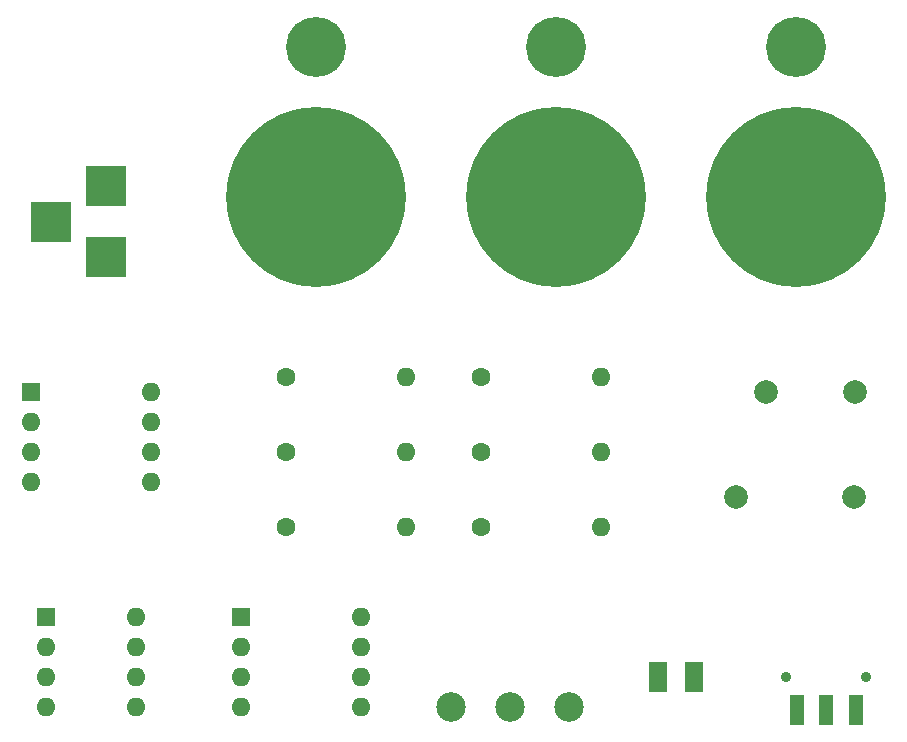
<source format=gbr>
G04 #@! TF.FileFunction,Soldermask,Top*
%FSLAX46Y46*%
G04 Gerber Fmt 4.6, Leading zero omitted, Abs format (unit mm)*
G04 Created by KiCad (PCBNEW 4.0.7) date 01/14/20 09:17:38*
%MOMM*%
%LPD*%
G01*
G04 APERTURE LIST*
%ADD10C,0.100000*%
%ADD11R,1.600000X1.600000*%
%ADD12O,1.600000X1.600000*%
%ADD13C,2.000000*%
%ADD14R,1.500000X2.600000*%
%ADD15C,15.240000*%
%ADD16C,5.080000*%
%ADD17R,3.500000X3.500000*%
%ADD18C,1.600000*%
%ADD19C,2.500000*%
%ADD20R,1.250000X2.500000*%
%ADD21C,0.900000*%
G04 APERTURE END LIST*
D10*
D11*
X121920000Y-113030000D03*
D12*
X129540000Y-120650000D03*
X121920000Y-115570000D03*
X129540000Y-118110000D03*
X121920000Y-118110000D03*
X129540000Y-115570000D03*
X121920000Y-120650000D03*
X129540000Y-113030000D03*
D13*
X182880000Y-93980000D03*
X190380000Y-93980000D03*
X180340000Y-102870000D03*
X190340000Y-102870000D03*
D11*
X138430000Y-113030000D03*
D12*
X148590000Y-120650000D03*
X138430000Y-115570000D03*
X148590000Y-118110000D03*
X138430000Y-118110000D03*
X148590000Y-115570000D03*
X138430000Y-120650000D03*
X148590000Y-113030000D03*
D14*
X173760000Y-118110000D03*
X176760000Y-118110000D03*
D15*
X144780000Y-77470000D03*
D16*
X144780000Y-64770000D03*
D15*
X165100000Y-77470000D03*
D16*
X165100000Y-64770000D03*
D15*
X185420000Y-77470000D03*
D16*
X185420000Y-64770000D03*
D17*
X127000000Y-82550000D03*
X127000000Y-76550000D03*
X122300000Y-79550000D03*
D11*
X120650000Y-93980000D03*
D12*
X130810000Y-101600000D03*
X120650000Y-96520000D03*
X130810000Y-99060000D03*
X120650000Y-99060000D03*
X130810000Y-96520000D03*
X120650000Y-101600000D03*
X130810000Y-93980000D03*
D18*
X142240000Y-92710000D03*
D12*
X152400000Y-92710000D03*
D18*
X158750000Y-92710000D03*
D12*
X168910000Y-92710000D03*
D18*
X142240000Y-99060000D03*
D12*
X152400000Y-99060000D03*
D18*
X158750000Y-99060000D03*
D12*
X168910000Y-99060000D03*
D18*
X142240000Y-105410000D03*
D12*
X152400000Y-105410000D03*
D18*
X158750000Y-105410000D03*
D12*
X168910000Y-105410000D03*
D19*
X161210000Y-120650000D03*
X166210000Y-120650000D03*
X156210000Y-120650000D03*
D20*
X190460000Y-120860000D03*
X187960000Y-120860000D03*
X185460000Y-120860000D03*
D21*
X191360000Y-118110000D03*
X184560000Y-118110000D03*
M02*

</source>
